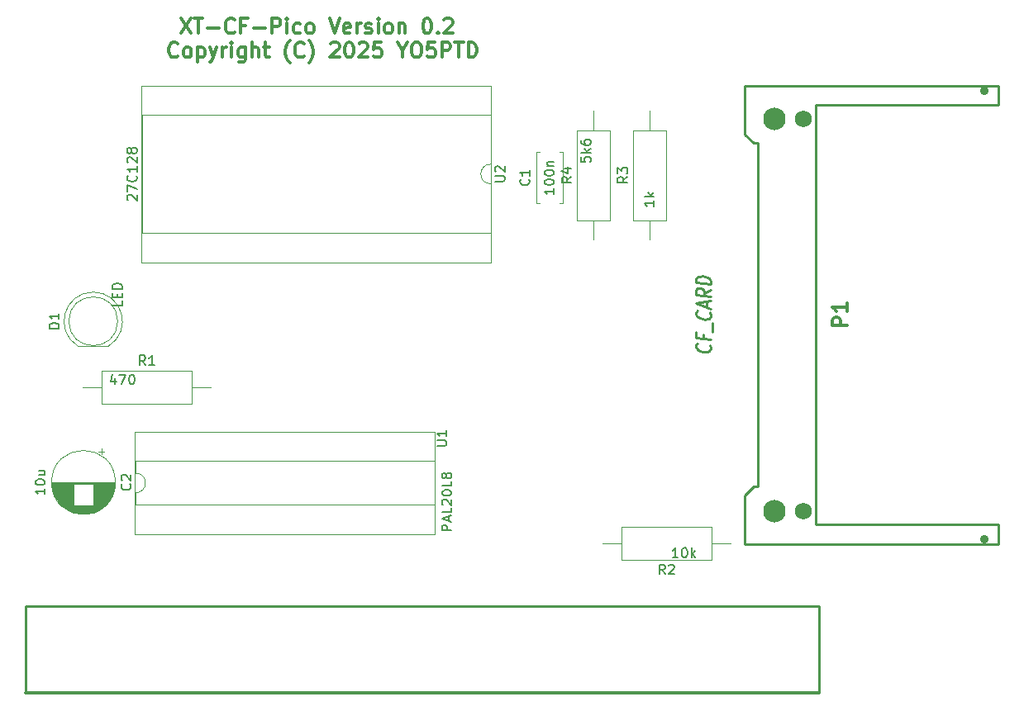
<source format=gto>
%TF.GenerationSoftware,KiCad,Pcbnew,9.0.0*%
%TF.CreationDate,2025-03-26T11:16:54+02:00*%
%TF.ProjectId,xt-cf,78742d63-662e-46b6-9963-61645f706362,rev?*%
%TF.SameCoordinates,Original*%
%TF.FileFunction,Legend,Top*%
%TF.FilePolarity,Positive*%
%FSLAX46Y46*%
G04 Gerber Fmt 4.6, Leading zero omitted, Abs format (unit mm)*
G04 Created by KiCad (PCBNEW 9.0.0) date 2025-03-26 11:16:54*
%MOMM*%
%LPD*%
G01*
G04 APERTURE LIST*
%ADD10C,0.304800*%
%ADD11C,0.150000*%
%ADD12C,0.254000*%
%ADD13C,0.120000*%
%ADD14C,0.899160*%
%ADD15C,2.301240*%
%ADD16C,1.750060*%
G04 APERTURE END LIST*
D10*
X117449428Y-65188404D02*
X118465428Y-66712404D01*
X118465428Y-65188404D02*
X117449428Y-66712404D01*
X118828285Y-65188404D02*
X119699143Y-65188404D01*
X119263714Y-66712404D02*
X119263714Y-65188404D01*
X120207143Y-66131833D02*
X121368286Y-66131833D01*
X122964857Y-66567261D02*
X122892285Y-66639833D01*
X122892285Y-66639833D02*
X122674571Y-66712404D01*
X122674571Y-66712404D02*
X122529428Y-66712404D01*
X122529428Y-66712404D02*
X122311714Y-66639833D01*
X122311714Y-66639833D02*
X122166571Y-66494690D01*
X122166571Y-66494690D02*
X122094000Y-66349547D01*
X122094000Y-66349547D02*
X122021428Y-66059261D01*
X122021428Y-66059261D02*
X122021428Y-65841547D01*
X122021428Y-65841547D02*
X122094000Y-65551261D01*
X122094000Y-65551261D02*
X122166571Y-65406118D01*
X122166571Y-65406118D02*
X122311714Y-65260975D01*
X122311714Y-65260975D02*
X122529428Y-65188404D01*
X122529428Y-65188404D02*
X122674571Y-65188404D01*
X122674571Y-65188404D02*
X122892285Y-65260975D01*
X122892285Y-65260975D02*
X122964857Y-65333547D01*
X124126000Y-65914118D02*
X123618000Y-65914118D01*
X123618000Y-66712404D02*
X123618000Y-65188404D01*
X123618000Y-65188404D02*
X124343714Y-65188404D01*
X124924286Y-66131833D02*
X126085429Y-66131833D01*
X126811143Y-66712404D02*
X126811143Y-65188404D01*
X126811143Y-65188404D02*
X127391714Y-65188404D01*
X127391714Y-65188404D02*
X127536857Y-65260975D01*
X127536857Y-65260975D02*
X127609428Y-65333547D01*
X127609428Y-65333547D02*
X127682000Y-65478690D01*
X127682000Y-65478690D02*
X127682000Y-65696404D01*
X127682000Y-65696404D02*
X127609428Y-65841547D01*
X127609428Y-65841547D02*
X127536857Y-65914118D01*
X127536857Y-65914118D02*
X127391714Y-65986690D01*
X127391714Y-65986690D02*
X126811143Y-65986690D01*
X128335143Y-66712404D02*
X128335143Y-65696404D01*
X128335143Y-65188404D02*
X128262571Y-65260975D01*
X128262571Y-65260975D02*
X128335143Y-65333547D01*
X128335143Y-65333547D02*
X128407714Y-65260975D01*
X128407714Y-65260975D02*
X128335143Y-65188404D01*
X128335143Y-65188404D02*
X128335143Y-65333547D01*
X129714000Y-66639833D02*
X129568857Y-66712404D01*
X129568857Y-66712404D02*
X129278571Y-66712404D01*
X129278571Y-66712404D02*
X129133428Y-66639833D01*
X129133428Y-66639833D02*
X129060857Y-66567261D01*
X129060857Y-66567261D02*
X128988285Y-66422118D01*
X128988285Y-66422118D02*
X128988285Y-65986690D01*
X128988285Y-65986690D02*
X129060857Y-65841547D01*
X129060857Y-65841547D02*
X129133428Y-65768975D01*
X129133428Y-65768975D02*
X129278571Y-65696404D01*
X129278571Y-65696404D02*
X129568857Y-65696404D01*
X129568857Y-65696404D02*
X129714000Y-65768975D01*
X130584857Y-66712404D02*
X130439714Y-66639833D01*
X130439714Y-66639833D02*
X130367143Y-66567261D01*
X130367143Y-66567261D02*
X130294571Y-66422118D01*
X130294571Y-66422118D02*
X130294571Y-65986690D01*
X130294571Y-65986690D02*
X130367143Y-65841547D01*
X130367143Y-65841547D02*
X130439714Y-65768975D01*
X130439714Y-65768975D02*
X130584857Y-65696404D01*
X130584857Y-65696404D02*
X130802571Y-65696404D01*
X130802571Y-65696404D02*
X130947714Y-65768975D01*
X130947714Y-65768975D02*
X131020286Y-65841547D01*
X131020286Y-65841547D02*
X131092857Y-65986690D01*
X131092857Y-65986690D02*
X131092857Y-66422118D01*
X131092857Y-66422118D02*
X131020286Y-66567261D01*
X131020286Y-66567261D02*
X130947714Y-66639833D01*
X130947714Y-66639833D02*
X130802571Y-66712404D01*
X130802571Y-66712404D02*
X130584857Y-66712404D01*
X132689428Y-65188404D02*
X133197428Y-66712404D01*
X133197428Y-66712404D02*
X133705428Y-65188404D01*
X134794000Y-66639833D02*
X134648857Y-66712404D01*
X134648857Y-66712404D02*
X134358572Y-66712404D01*
X134358572Y-66712404D02*
X134213429Y-66639833D01*
X134213429Y-66639833D02*
X134140857Y-66494690D01*
X134140857Y-66494690D02*
X134140857Y-65914118D01*
X134140857Y-65914118D02*
X134213429Y-65768975D01*
X134213429Y-65768975D02*
X134358572Y-65696404D01*
X134358572Y-65696404D02*
X134648857Y-65696404D01*
X134648857Y-65696404D02*
X134794000Y-65768975D01*
X134794000Y-65768975D02*
X134866572Y-65914118D01*
X134866572Y-65914118D02*
X134866572Y-66059261D01*
X134866572Y-66059261D02*
X134140857Y-66204404D01*
X135519715Y-66712404D02*
X135519715Y-65696404D01*
X135519715Y-65986690D02*
X135592286Y-65841547D01*
X135592286Y-65841547D02*
X135664858Y-65768975D01*
X135664858Y-65768975D02*
X135810000Y-65696404D01*
X135810000Y-65696404D02*
X135955143Y-65696404D01*
X136390572Y-66639833D02*
X136535715Y-66712404D01*
X136535715Y-66712404D02*
X136826001Y-66712404D01*
X136826001Y-66712404D02*
X136971144Y-66639833D01*
X136971144Y-66639833D02*
X137043715Y-66494690D01*
X137043715Y-66494690D02*
X137043715Y-66422118D01*
X137043715Y-66422118D02*
X136971144Y-66276975D01*
X136971144Y-66276975D02*
X136826001Y-66204404D01*
X136826001Y-66204404D02*
X136608287Y-66204404D01*
X136608287Y-66204404D02*
X136463144Y-66131833D01*
X136463144Y-66131833D02*
X136390572Y-65986690D01*
X136390572Y-65986690D02*
X136390572Y-65914118D01*
X136390572Y-65914118D02*
X136463144Y-65768975D01*
X136463144Y-65768975D02*
X136608287Y-65696404D01*
X136608287Y-65696404D02*
X136826001Y-65696404D01*
X136826001Y-65696404D02*
X136971144Y-65768975D01*
X137696858Y-66712404D02*
X137696858Y-65696404D01*
X137696858Y-65188404D02*
X137624286Y-65260975D01*
X137624286Y-65260975D02*
X137696858Y-65333547D01*
X137696858Y-65333547D02*
X137769429Y-65260975D01*
X137769429Y-65260975D02*
X137696858Y-65188404D01*
X137696858Y-65188404D02*
X137696858Y-65333547D01*
X138640286Y-66712404D02*
X138495143Y-66639833D01*
X138495143Y-66639833D02*
X138422572Y-66567261D01*
X138422572Y-66567261D02*
X138350000Y-66422118D01*
X138350000Y-66422118D02*
X138350000Y-65986690D01*
X138350000Y-65986690D02*
X138422572Y-65841547D01*
X138422572Y-65841547D02*
X138495143Y-65768975D01*
X138495143Y-65768975D02*
X138640286Y-65696404D01*
X138640286Y-65696404D02*
X138858000Y-65696404D01*
X138858000Y-65696404D02*
X139003143Y-65768975D01*
X139003143Y-65768975D02*
X139075715Y-65841547D01*
X139075715Y-65841547D02*
X139148286Y-65986690D01*
X139148286Y-65986690D02*
X139148286Y-66422118D01*
X139148286Y-66422118D02*
X139075715Y-66567261D01*
X139075715Y-66567261D02*
X139003143Y-66639833D01*
X139003143Y-66639833D02*
X138858000Y-66712404D01*
X138858000Y-66712404D02*
X138640286Y-66712404D01*
X139801429Y-65696404D02*
X139801429Y-66712404D01*
X139801429Y-65841547D02*
X139874000Y-65768975D01*
X139874000Y-65768975D02*
X140019143Y-65696404D01*
X140019143Y-65696404D02*
X140236857Y-65696404D01*
X140236857Y-65696404D02*
X140382000Y-65768975D01*
X140382000Y-65768975D02*
X140454572Y-65914118D01*
X140454572Y-65914118D02*
X140454572Y-66712404D01*
X142631714Y-65188404D02*
X142776857Y-65188404D01*
X142776857Y-65188404D02*
X142922000Y-65260975D01*
X142922000Y-65260975D02*
X142994572Y-65333547D01*
X142994572Y-65333547D02*
X143067143Y-65478690D01*
X143067143Y-65478690D02*
X143139714Y-65768975D01*
X143139714Y-65768975D02*
X143139714Y-66131833D01*
X143139714Y-66131833D02*
X143067143Y-66422118D01*
X143067143Y-66422118D02*
X142994572Y-66567261D01*
X142994572Y-66567261D02*
X142922000Y-66639833D01*
X142922000Y-66639833D02*
X142776857Y-66712404D01*
X142776857Y-66712404D02*
X142631714Y-66712404D01*
X142631714Y-66712404D02*
X142486572Y-66639833D01*
X142486572Y-66639833D02*
X142414000Y-66567261D01*
X142414000Y-66567261D02*
X142341429Y-66422118D01*
X142341429Y-66422118D02*
X142268857Y-66131833D01*
X142268857Y-66131833D02*
X142268857Y-65768975D01*
X142268857Y-65768975D02*
X142341429Y-65478690D01*
X142341429Y-65478690D02*
X142414000Y-65333547D01*
X142414000Y-65333547D02*
X142486572Y-65260975D01*
X142486572Y-65260975D02*
X142631714Y-65188404D01*
X143792858Y-66567261D02*
X143865429Y-66639833D01*
X143865429Y-66639833D02*
X143792858Y-66712404D01*
X143792858Y-66712404D02*
X143720286Y-66639833D01*
X143720286Y-66639833D02*
X143792858Y-66567261D01*
X143792858Y-66567261D02*
X143792858Y-66712404D01*
X144446000Y-65333547D02*
X144518572Y-65260975D01*
X144518572Y-65260975D02*
X144663715Y-65188404D01*
X144663715Y-65188404D02*
X145026572Y-65188404D01*
X145026572Y-65188404D02*
X145171715Y-65260975D01*
X145171715Y-65260975D02*
X145244286Y-65333547D01*
X145244286Y-65333547D02*
X145316857Y-65478690D01*
X145316857Y-65478690D02*
X145316857Y-65623833D01*
X145316857Y-65623833D02*
X145244286Y-65841547D01*
X145244286Y-65841547D02*
X144373429Y-66712404D01*
X144373429Y-66712404D02*
X145316857Y-66712404D01*
X117159142Y-69020816D02*
X117086570Y-69093388D01*
X117086570Y-69093388D02*
X116868856Y-69165959D01*
X116868856Y-69165959D02*
X116723713Y-69165959D01*
X116723713Y-69165959D02*
X116505999Y-69093388D01*
X116505999Y-69093388D02*
X116360856Y-68948245D01*
X116360856Y-68948245D02*
X116288285Y-68803102D01*
X116288285Y-68803102D02*
X116215713Y-68512816D01*
X116215713Y-68512816D02*
X116215713Y-68295102D01*
X116215713Y-68295102D02*
X116288285Y-68004816D01*
X116288285Y-68004816D02*
X116360856Y-67859673D01*
X116360856Y-67859673D02*
X116505999Y-67714530D01*
X116505999Y-67714530D02*
X116723713Y-67641959D01*
X116723713Y-67641959D02*
X116868856Y-67641959D01*
X116868856Y-67641959D02*
X117086570Y-67714530D01*
X117086570Y-67714530D02*
X117159142Y-67787102D01*
X118029999Y-69165959D02*
X117884856Y-69093388D01*
X117884856Y-69093388D02*
X117812285Y-69020816D01*
X117812285Y-69020816D02*
X117739713Y-68875673D01*
X117739713Y-68875673D02*
X117739713Y-68440245D01*
X117739713Y-68440245D02*
X117812285Y-68295102D01*
X117812285Y-68295102D02*
X117884856Y-68222530D01*
X117884856Y-68222530D02*
X118029999Y-68149959D01*
X118029999Y-68149959D02*
X118247713Y-68149959D01*
X118247713Y-68149959D02*
X118392856Y-68222530D01*
X118392856Y-68222530D02*
X118465428Y-68295102D01*
X118465428Y-68295102D02*
X118537999Y-68440245D01*
X118537999Y-68440245D02*
X118537999Y-68875673D01*
X118537999Y-68875673D02*
X118465428Y-69020816D01*
X118465428Y-69020816D02*
X118392856Y-69093388D01*
X118392856Y-69093388D02*
X118247713Y-69165959D01*
X118247713Y-69165959D02*
X118029999Y-69165959D01*
X119191142Y-68149959D02*
X119191142Y-69673959D01*
X119191142Y-68222530D02*
X119336285Y-68149959D01*
X119336285Y-68149959D02*
X119626570Y-68149959D01*
X119626570Y-68149959D02*
X119771713Y-68222530D01*
X119771713Y-68222530D02*
X119844285Y-68295102D01*
X119844285Y-68295102D02*
X119916856Y-68440245D01*
X119916856Y-68440245D02*
X119916856Y-68875673D01*
X119916856Y-68875673D02*
X119844285Y-69020816D01*
X119844285Y-69020816D02*
X119771713Y-69093388D01*
X119771713Y-69093388D02*
X119626570Y-69165959D01*
X119626570Y-69165959D02*
X119336285Y-69165959D01*
X119336285Y-69165959D02*
X119191142Y-69093388D01*
X120424856Y-68149959D02*
X120787713Y-69165959D01*
X121150570Y-68149959D02*
X120787713Y-69165959D01*
X120787713Y-69165959D02*
X120642570Y-69528816D01*
X120642570Y-69528816D02*
X120569999Y-69601388D01*
X120569999Y-69601388D02*
X120424856Y-69673959D01*
X121731142Y-69165959D02*
X121731142Y-68149959D01*
X121731142Y-68440245D02*
X121803713Y-68295102D01*
X121803713Y-68295102D02*
X121876285Y-68222530D01*
X121876285Y-68222530D02*
X122021427Y-68149959D01*
X122021427Y-68149959D02*
X122166570Y-68149959D01*
X122674571Y-69165959D02*
X122674571Y-68149959D01*
X122674571Y-67641959D02*
X122601999Y-67714530D01*
X122601999Y-67714530D02*
X122674571Y-67787102D01*
X122674571Y-67787102D02*
X122747142Y-67714530D01*
X122747142Y-67714530D02*
X122674571Y-67641959D01*
X122674571Y-67641959D02*
X122674571Y-67787102D01*
X124053428Y-68149959D02*
X124053428Y-69383673D01*
X124053428Y-69383673D02*
X123980856Y-69528816D01*
X123980856Y-69528816D02*
X123908285Y-69601388D01*
X123908285Y-69601388D02*
X123763142Y-69673959D01*
X123763142Y-69673959D02*
X123545428Y-69673959D01*
X123545428Y-69673959D02*
X123400285Y-69601388D01*
X124053428Y-69093388D02*
X123908285Y-69165959D01*
X123908285Y-69165959D02*
X123617999Y-69165959D01*
X123617999Y-69165959D02*
X123472856Y-69093388D01*
X123472856Y-69093388D02*
X123400285Y-69020816D01*
X123400285Y-69020816D02*
X123327713Y-68875673D01*
X123327713Y-68875673D02*
X123327713Y-68440245D01*
X123327713Y-68440245D02*
X123400285Y-68295102D01*
X123400285Y-68295102D02*
X123472856Y-68222530D01*
X123472856Y-68222530D02*
X123617999Y-68149959D01*
X123617999Y-68149959D02*
X123908285Y-68149959D01*
X123908285Y-68149959D02*
X124053428Y-68222530D01*
X124779142Y-69165959D02*
X124779142Y-67641959D01*
X125432285Y-69165959D02*
X125432285Y-68367673D01*
X125432285Y-68367673D02*
X125359713Y-68222530D01*
X125359713Y-68222530D02*
X125214570Y-68149959D01*
X125214570Y-68149959D02*
X124996856Y-68149959D01*
X124996856Y-68149959D02*
X124851713Y-68222530D01*
X124851713Y-68222530D02*
X124779142Y-68295102D01*
X125940284Y-68149959D02*
X126520856Y-68149959D01*
X126157999Y-67641959D02*
X126157999Y-68948245D01*
X126157999Y-68948245D02*
X126230570Y-69093388D01*
X126230570Y-69093388D02*
X126375713Y-69165959D01*
X126375713Y-69165959D02*
X126520856Y-69165959D01*
X128625427Y-69746530D02*
X128552856Y-69673959D01*
X128552856Y-69673959D02*
X128407713Y-69456245D01*
X128407713Y-69456245D02*
X128335142Y-69311102D01*
X128335142Y-69311102D02*
X128262570Y-69093388D01*
X128262570Y-69093388D02*
X128189999Y-68730530D01*
X128189999Y-68730530D02*
X128189999Y-68440245D01*
X128189999Y-68440245D02*
X128262570Y-68077388D01*
X128262570Y-68077388D02*
X128335142Y-67859673D01*
X128335142Y-67859673D02*
X128407713Y-67714530D01*
X128407713Y-67714530D02*
X128552856Y-67496816D01*
X128552856Y-67496816D02*
X128625427Y-67424245D01*
X130076856Y-69020816D02*
X130004284Y-69093388D01*
X130004284Y-69093388D02*
X129786570Y-69165959D01*
X129786570Y-69165959D02*
X129641427Y-69165959D01*
X129641427Y-69165959D02*
X129423713Y-69093388D01*
X129423713Y-69093388D02*
X129278570Y-68948245D01*
X129278570Y-68948245D02*
X129205999Y-68803102D01*
X129205999Y-68803102D02*
X129133427Y-68512816D01*
X129133427Y-68512816D02*
X129133427Y-68295102D01*
X129133427Y-68295102D02*
X129205999Y-68004816D01*
X129205999Y-68004816D02*
X129278570Y-67859673D01*
X129278570Y-67859673D02*
X129423713Y-67714530D01*
X129423713Y-67714530D02*
X129641427Y-67641959D01*
X129641427Y-67641959D02*
X129786570Y-67641959D01*
X129786570Y-67641959D02*
X130004284Y-67714530D01*
X130004284Y-67714530D02*
X130076856Y-67787102D01*
X130584856Y-69746530D02*
X130657427Y-69673959D01*
X130657427Y-69673959D02*
X130802570Y-69456245D01*
X130802570Y-69456245D02*
X130875142Y-69311102D01*
X130875142Y-69311102D02*
X130947713Y-69093388D01*
X130947713Y-69093388D02*
X131020284Y-68730530D01*
X131020284Y-68730530D02*
X131020284Y-68440245D01*
X131020284Y-68440245D02*
X130947713Y-68077388D01*
X130947713Y-68077388D02*
X130875142Y-67859673D01*
X130875142Y-67859673D02*
X130802570Y-67714530D01*
X130802570Y-67714530D02*
X130657427Y-67496816D01*
X130657427Y-67496816D02*
X130584856Y-67424245D01*
X132834570Y-67787102D02*
X132907142Y-67714530D01*
X132907142Y-67714530D02*
X133052285Y-67641959D01*
X133052285Y-67641959D02*
X133415142Y-67641959D01*
X133415142Y-67641959D02*
X133560285Y-67714530D01*
X133560285Y-67714530D02*
X133632856Y-67787102D01*
X133632856Y-67787102D02*
X133705427Y-67932245D01*
X133705427Y-67932245D02*
X133705427Y-68077388D01*
X133705427Y-68077388D02*
X133632856Y-68295102D01*
X133632856Y-68295102D02*
X132761999Y-69165959D01*
X132761999Y-69165959D02*
X133705427Y-69165959D01*
X134648856Y-67641959D02*
X134793999Y-67641959D01*
X134793999Y-67641959D02*
X134939142Y-67714530D01*
X134939142Y-67714530D02*
X135011714Y-67787102D01*
X135011714Y-67787102D02*
X135084285Y-67932245D01*
X135084285Y-67932245D02*
X135156856Y-68222530D01*
X135156856Y-68222530D02*
X135156856Y-68585388D01*
X135156856Y-68585388D02*
X135084285Y-68875673D01*
X135084285Y-68875673D02*
X135011714Y-69020816D01*
X135011714Y-69020816D02*
X134939142Y-69093388D01*
X134939142Y-69093388D02*
X134793999Y-69165959D01*
X134793999Y-69165959D02*
X134648856Y-69165959D01*
X134648856Y-69165959D02*
X134503714Y-69093388D01*
X134503714Y-69093388D02*
X134431142Y-69020816D01*
X134431142Y-69020816D02*
X134358571Y-68875673D01*
X134358571Y-68875673D02*
X134285999Y-68585388D01*
X134285999Y-68585388D02*
X134285999Y-68222530D01*
X134285999Y-68222530D02*
X134358571Y-67932245D01*
X134358571Y-67932245D02*
X134431142Y-67787102D01*
X134431142Y-67787102D02*
X134503714Y-67714530D01*
X134503714Y-67714530D02*
X134648856Y-67641959D01*
X135737428Y-67787102D02*
X135810000Y-67714530D01*
X135810000Y-67714530D02*
X135955143Y-67641959D01*
X135955143Y-67641959D02*
X136318000Y-67641959D01*
X136318000Y-67641959D02*
X136463143Y-67714530D01*
X136463143Y-67714530D02*
X136535714Y-67787102D01*
X136535714Y-67787102D02*
X136608285Y-67932245D01*
X136608285Y-67932245D02*
X136608285Y-68077388D01*
X136608285Y-68077388D02*
X136535714Y-68295102D01*
X136535714Y-68295102D02*
X135664857Y-69165959D01*
X135664857Y-69165959D02*
X136608285Y-69165959D01*
X137987143Y-67641959D02*
X137261429Y-67641959D01*
X137261429Y-67641959D02*
X137188857Y-68367673D01*
X137188857Y-68367673D02*
X137261429Y-68295102D01*
X137261429Y-68295102D02*
X137406572Y-68222530D01*
X137406572Y-68222530D02*
X137769429Y-68222530D01*
X137769429Y-68222530D02*
X137914572Y-68295102D01*
X137914572Y-68295102D02*
X137987143Y-68367673D01*
X137987143Y-68367673D02*
X138059714Y-68512816D01*
X138059714Y-68512816D02*
X138059714Y-68875673D01*
X138059714Y-68875673D02*
X137987143Y-69020816D01*
X137987143Y-69020816D02*
X137914572Y-69093388D01*
X137914572Y-69093388D02*
X137769429Y-69165959D01*
X137769429Y-69165959D02*
X137406572Y-69165959D01*
X137406572Y-69165959D02*
X137261429Y-69093388D01*
X137261429Y-69093388D02*
X137188857Y-69020816D01*
X140164286Y-68440245D02*
X140164286Y-69165959D01*
X139656286Y-67641959D02*
X140164286Y-68440245D01*
X140164286Y-68440245D02*
X140672286Y-67641959D01*
X141470572Y-67641959D02*
X141760858Y-67641959D01*
X141760858Y-67641959D02*
X141906001Y-67714530D01*
X141906001Y-67714530D02*
X142051144Y-67859673D01*
X142051144Y-67859673D02*
X142123715Y-68149959D01*
X142123715Y-68149959D02*
X142123715Y-68657959D01*
X142123715Y-68657959D02*
X142051144Y-68948245D01*
X142051144Y-68948245D02*
X141906001Y-69093388D01*
X141906001Y-69093388D02*
X141760858Y-69165959D01*
X141760858Y-69165959D02*
X141470572Y-69165959D01*
X141470572Y-69165959D02*
X141325430Y-69093388D01*
X141325430Y-69093388D02*
X141180287Y-68948245D01*
X141180287Y-68948245D02*
X141107715Y-68657959D01*
X141107715Y-68657959D02*
X141107715Y-68149959D01*
X141107715Y-68149959D02*
X141180287Y-67859673D01*
X141180287Y-67859673D02*
X141325430Y-67714530D01*
X141325430Y-67714530D02*
X141470572Y-67641959D01*
X143502572Y-67641959D02*
X142776858Y-67641959D01*
X142776858Y-67641959D02*
X142704286Y-68367673D01*
X142704286Y-68367673D02*
X142776858Y-68295102D01*
X142776858Y-68295102D02*
X142922001Y-68222530D01*
X142922001Y-68222530D02*
X143284858Y-68222530D01*
X143284858Y-68222530D02*
X143430001Y-68295102D01*
X143430001Y-68295102D02*
X143502572Y-68367673D01*
X143502572Y-68367673D02*
X143575143Y-68512816D01*
X143575143Y-68512816D02*
X143575143Y-68875673D01*
X143575143Y-68875673D02*
X143502572Y-69020816D01*
X143502572Y-69020816D02*
X143430001Y-69093388D01*
X143430001Y-69093388D02*
X143284858Y-69165959D01*
X143284858Y-69165959D02*
X142922001Y-69165959D01*
X142922001Y-69165959D02*
X142776858Y-69093388D01*
X142776858Y-69093388D02*
X142704286Y-69020816D01*
X144228287Y-69165959D02*
X144228287Y-67641959D01*
X144228287Y-67641959D02*
X144808858Y-67641959D01*
X144808858Y-67641959D02*
X144954001Y-67714530D01*
X144954001Y-67714530D02*
X145026572Y-67787102D01*
X145026572Y-67787102D02*
X145099144Y-67932245D01*
X145099144Y-67932245D02*
X145099144Y-68149959D01*
X145099144Y-68149959D02*
X145026572Y-68295102D01*
X145026572Y-68295102D02*
X144954001Y-68367673D01*
X144954001Y-68367673D02*
X144808858Y-68440245D01*
X144808858Y-68440245D02*
X144228287Y-68440245D01*
X145534572Y-67641959D02*
X146405430Y-67641959D01*
X145970001Y-69165959D02*
X145970001Y-67641959D01*
X146913430Y-69165959D02*
X146913430Y-67641959D01*
X146913430Y-67641959D02*
X147276287Y-67641959D01*
X147276287Y-67641959D02*
X147494001Y-67714530D01*
X147494001Y-67714530D02*
X147639144Y-67859673D01*
X147639144Y-67859673D02*
X147711715Y-68004816D01*
X147711715Y-68004816D02*
X147784287Y-68295102D01*
X147784287Y-68295102D02*
X147784287Y-68512816D01*
X147784287Y-68512816D02*
X147711715Y-68803102D01*
X147711715Y-68803102D02*
X147639144Y-68948245D01*
X147639144Y-68948245D02*
X147494001Y-69093388D01*
X147494001Y-69093388D02*
X147276287Y-69165959D01*
X147276287Y-69165959D02*
X146913430Y-69165959D01*
D11*
X143704819Y-109011904D02*
X144514342Y-109011904D01*
X144514342Y-109011904D02*
X144609580Y-108964285D01*
X144609580Y-108964285D02*
X144657200Y-108916666D01*
X144657200Y-108916666D02*
X144704819Y-108821428D01*
X144704819Y-108821428D02*
X144704819Y-108630952D01*
X144704819Y-108630952D02*
X144657200Y-108535714D01*
X144657200Y-108535714D02*
X144609580Y-108488095D01*
X144609580Y-108488095D02*
X144514342Y-108440476D01*
X144514342Y-108440476D02*
X143704819Y-108440476D01*
X144704819Y-107440476D02*
X144704819Y-108011904D01*
X144704819Y-107726190D02*
X143704819Y-107726190D01*
X143704819Y-107726190D02*
X143847676Y-107821428D01*
X143847676Y-107821428D02*
X143942914Y-107916666D01*
X143942914Y-107916666D02*
X143990533Y-108011904D01*
X145204819Y-117678571D02*
X144204819Y-117678571D01*
X144204819Y-117678571D02*
X144204819Y-117297619D01*
X144204819Y-117297619D02*
X144252438Y-117202381D01*
X144252438Y-117202381D02*
X144300057Y-117154762D01*
X144300057Y-117154762D02*
X144395295Y-117107143D01*
X144395295Y-117107143D02*
X144538152Y-117107143D01*
X144538152Y-117107143D02*
X144633390Y-117154762D01*
X144633390Y-117154762D02*
X144681009Y-117202381D01*
X144681009Y-117202381D02*
X144728628Y-117297619D01*
X144728628Y-117297619D02*
X144728628Y-117678571D01*
X144919104Y-116726190D02*
X144919104Y-116250000D01*
X145204819Y-116821428D02*
X144204819Y-116488095D01*
X144204819Y-116488095D02*
X145204819Y-116154762D01*
X145204819Y-115345238D02*
X145204819Y-115821428D01*
X145204819Y-115821428D02*
X144204819Y-115821428D01*
X144300057Y-115059523D02*
X144252438Y-115011904D01*
X144252438Y-115011904D02*
X144204819Y-114916666D01*
X144204819Y-114916666D02*
X144204819Y-114678571D01*
X144204819Y-114678571D02*
X144252438Y-114583333D01*
X144252438Y-114583333D02*
X144300057Y-114535714D01*
X144300057Y-114535714D02*
X144395295Y-114488095D01*
X144395295Y-114488095D02*
X144490533Y-114488095D01*
X144490533Y-114488095D02*
X144633390Y-114535714D01*
X144633390Y-114535714D02*
X145204819Y-115107142D01*
X145204819Y-115107142D02*
X145204819Y-114488095D01*
X144204819Y-113869047D02*
X144204819Y-113773809D01*
X144204819Y-113773809D02*
X144252438Y-113678571D01*
X144252438Y-113678571D02*
X144300057Y-113630952D01*
X144300057Y-113630952D02*
X144395295Y-113583333D01*
X144395295Y-113583333D02*
X144585771Y-113535714D01*
X144585771Y-113535714D02*
X144823866Y-113535714D01*
X144823866Y-113535714D02*
X145014342Y-113583333D01*
X145014342Y-113583333D02*
X145109580Y-113630952D01*
X145109580Y-113630952D02*
X145157200Y-113678571D01*
X145157200Y-113678571D02*
X145204819Y-113773809D01*
X145204819Y-113773809D02*
X145204819Y-113869047D01*
X145204819Y-113869047D02*
X145157200Y-113964285D01*
X145157200Y-113964285D02*
X145109580Y-114011904D01*
X145109580Y-114011904D02*
X145014342Y-114059523D01*
X145014342Y-114059523D02*
X144823866Y-114107142D01*
X144823866Y-114107142D02*
X144585771Y-114107142D01*
X144585771Y-114107142D02*
X144395295Y-114059523D01*
X144395295Y-114059523D02*
X144300057Y-114011904D01*
X144300057Y-114011904D02*
X144252438Y-113964285D01*
X144252438Y-113964285D02*
X144204819Y-113869047D01*
X145204819Y-112630952D02*
X145204819Y-113107142D01*
X145204819Y-113107142D02*
X144204819Y-113107142D01*
X144633390Y-112154761D02*
X144585771Y-112249999D01*
X144585771Y-112249999D02*
X144538152Y-112297618D01*
X144538152Y-112297618D02*
X144442914Y-112345237D01*
X144442914Y-112345237D02*
X144395295Y-112345237D01*
X144395295Y-112345237D02*
X144300057Y-112297618D01*
X144300057Y-112297618D02*
X144252438Y-112249999D01*
X144252438Y-112249999D02*
X144204819Y-112154761D01*
X144204819Y-112154761D02*
X144204819Y-111964285D01*
X144204819Y-111964285D02*
X144252438Y-111869047D01*
X144252438Y-111869047D02*
X144300057Y-111821428D01*
X144300057Y-111821428D02*
X144395295Y-111773809D01*
X144395295Y-111773809D02*
X144442914Y-111773809D01*
X144442914Y-111773809D02*
X144538152Y-111821428D01*
X144538152Y-111821428D02*
X144585771Y-111869047D01*
X144585771Y-111869047D02*
X144633390Y-111964285D01*
X144633390Y-111964285D02*
X144633390Y-112154761D01*
X144633390Y-112154761D02*
X144681009Y-112249999D01*
X144681009Y-112249999D02*
X144728628Y-112297618D01*
X144728628Y-112297618D02*
X144823866Y-112345237D01*
X144823866Y-112345237D02*
X145014342Y-112345237D01*
X145014342Y-112345237D02*
X145109580Y-112297618D01*
X145109580Y-112297618D02*
X145157200Y-112249999D01*
X145157200Y-112249999D02*
X145204819Y-112154761D01*
X145204819Y-112154761D02*
X145204819Y-111964285D01*
X145204819Y-111964285D02*
X145157200Y-111869047D01*
X145157200Y-111869047D02*
X145109580Y-111821428D01*
X145109580Y-111821428D02*
X145014342Y-111773809D01*
X145014342Y-111773809D02*
X144823866Y-111773809D01*
X144823866Y-111773809D02*
X144728628Y-111821428D01*
X144728628Y-111821428D02*
X144681009Y-111869047D01*
X144681009Y-111869047D02*
X144633390Y-111964285D01*
X153109580Y-81666666D02*
X153157200Y-81714285D01*
X153157200Y-81714285D02*
X153204819Y-81857142D01*
X153204819Y-81857142D02*
X153204819Y-81952380D01*
X153204819Y-81952380D02*
X153157200Y-82095237D01*
X153157200Y-82095237D02*
X153061961Y-82190475D01*
X153061961Y-82190475D02*
X152966723Y-82238094D01*
X152966723Y-82238094D02*
X152776247Y-82285713D01*
X152776247Y-82285713D02*
X152633390Y-82285713D01*
X152633390Y-82285713D02*
X152442914Y-82238094D01*
X152442914Y-82238094D02*
X152347676Y-82190475D01*
X152347676Y-82190475D02*
X152252438Y-82095237D01*
X152252438Y-82095237D02*
X152204819Y-81952380D01*
X152204819Y-81952380D02*
X152204819Y-81857142D01*
X152204819Y-81857142D02*
X152252438Y-81714285D01*
X152252438Y-81714285D02*
X152300057Y-81666666D01*
X153204819Y-80714285D02*
X153204819Y-81285713D01*
X153204819Y-80999999D02*
X152204819Y-80999999D01*
X152204819Y-80999999D02*
X152347676Y-81095237D01*
X152347676Y-81095237D02*
X152442914Y-81190475D01*
X152442914Y-81190475D02*
X152490533Y-81285713D01*
X155704819Y-82619047D02*
X155704819Y-83190475D01*
X155704819Y-82904761D02*
X154704819Y-82904761D01*
X154704819Y-82904761D02*
X154847676Y-82999999D01*
X154847676Y-82999999D02*
X154942914Y-83095237D01*
X154942914Y-83095237D02*
X154990533Y-83190475D01*
X154704819Y-81999999D02*
X154704819Y-81904761D01*
X154704819Y-81904761D02*
X154752438Y-81809523D01*
X154752438Y-81809523D02*
X154800057Y-81761904D01*
X154800057Y-81761904D02*
X154895295Y-81714285D01*
X154895295Y-81714285D02*
X155085771Y-81666666D01*
X155085771Y-81666666D02*
X155323866Y-81666666D01*
X155323866Y-81666666D02*
X155514342Y-81714285D01*
X155514342Y-81714285D02*
X155609580Y-81761904D01*
X155609580Y-81761904D02*
X155657200Y-81809523D01*
X155657200Y-81809523D02*
X155704819Y-81904761D01*
X155704819Y-81904761D02*
X155704819Y-81999999D01*
X155704819Y-81999999D02*
X155657200Y-82095237D01*
X155657200Y-82095237D02*
X155609580Y-82142856D01*
X155609580Y-82142856D02*
X155514342Y-82190475D01*
X155514342Y-82190475D02*
X155323866Y-82238094D01*
X155323866Y-82238094D02*
X155085771Y-82238094D01*
X155085771Y-82238094D02*
X154895295Y-82190475D01*
X154895295Y-82190475D02*
X154800057Y-82142856D01*
X154800057Y-82142856D02*
X154752438Y-82095237D01*
X154752438Y-82095237D02*
X154704819Y-81999999D01*
X154704819Y-81047618D02*
X154704819Y-80952380D01*
X154704819Y-80952380D02*
X154752438Y-80857142D01*
X154752438Y-80857142D02*
X154800057Y-80809523D01*
X154800057Y-80809523D02*
X154895295Y-80761904D01*
X154895295Y-80761904D02*
X155085771Y-80714285D01*
X155085771Y-80714285D02*
X155323866Y-80714285D01*
X155323866Y-80714285D02*
X155514342Y-80761904D01*
X155514342Y-80761904D02*
X155609580Y-80809523D01*
X155609580Y-80809523D02*
X155657200Y-80857142D01*
X155657200Y-80857142D02*
X155704819Y-80952380D01*
X155704819Y-80952380D02*
X155704819Y-81047618D01*
X155704819Y-81047618D02*
X155657200Y-81142856D01*
X155657200Y-81142856D02*
X155609580Y-81190475D01*
X155609580Y-81190475D02*
X155514342Y-81238094D01*
X155514342Y-81238094D02*
X155323866Y-81285713D01*
X155323866Y-81285713D02*
X155085771Y-81285713D01*
X155085771Y-81285713D02*
X154895295Y-81238094D01*
X154895295Y-81238094D02*
X154800057Y-81190475D01*
X154800057Y-81190475D02*
X154752438Y-81142856D01*
X154752438Y-81142856D02*
X154704819Y-81047618D01*
X155038152Y-80285713D02*
X155704819Y-80285713D01*
X155133390Y-80285713D02*
X155085771Y-80238094D01*
X155085771Y-80238094D02*
X155038152Y-80142856D01*
X155038152Y-80142856D02*
X155038152Y-79999999D01*
X155038152Y-79999999D02*
X155085771Y-79904761D01*
X155085771Y-79904761D02*
X155181009Y-79857142D01*
X155181009Y-79857142D02*
X155704819Y-79857142D01*
X113833333Y-100734819D02*
X113500000Y-100258628D01*
X113261905Y-100734819D02*
X113261905Y-99734819D01*
X113261905Y-99734819D02*
X113642857Y-99734819D01*
X113642857Y-99734819D02*
X113738095Y-99782438D01*
X113738095Y-99782438D02*
X113785714Y-99830057D01*
X113785714Y-99830057D02*
X113833333Y-99925295D01*
X113833333Y-99925295D02*
X113833333Y-100068152D01*
X113833333Y-100068152D02*
X113785714Y-100163390D01*
X113785714Y-100163390D02*
X113738095Y-100211009D01*
X113738095Y-100211009D02*
X113642857Y-100258628D01*
X113642857Y-100258628D02*
X113261905Y-100258628D01*
X114785714Y-100734819D02*
X114214286Y-100734819D01*
X114500000Y-100734819D02*
X114500000Y-99734819D01*
X114500000Y-99734819D02*
X114404762Y-99877676D01*
X114404762Y-99877676D02*
X114309524Y-99972914D01*
X114309524Y-99972914D02*
X114214286Y-100020533D01*
X110738095Y-102038152D02*
X110738095Y-102704819D01*
X110500000Y-101657200D02*
X110261905Y-102371485D01*
X110261905Y-102371485D02*
X110880952Y-102371485D01*
X111166667Y-101704819D02*
X111833333Y-101704819D01*
X111833333Y-101704819D02*
X111404762Y-102704819D01*
X112404762Y-101704819D02*
X112500000Y-101704819D01*
X112500000Y-101704819D02*
X112595238Y-101752438D01*
X112595238Y-101752438D02*
X112642857Y-101800057D01*
X112642857Y-101800057D02*
X112690476Y-101895295D01*
X112690476Y-101895295D02*
X112738095Y-102085771D01*
X112738095Y-102085771D02*
X112738095Y-102323866D01*
X112738095Y-102323866D02*
X112690476Y-102514342D01*
X112690476Y-102514342D02*
X112642857Y-102609580D01*
X112642857Y-102609580D02*
X112595238Y-102657200D01*
X112595238Y-102657200D02*
X112500000Y-102704819D01*
X112500000Y-102704819D02*
X112404762Y-102704819D01*
X112404762Y-102704819D02*
X112309524Y-102657200D01*
X112309524Y-102657200D02*
X112261905Y-102609580D01*
X112261905Y-102609580D02*
X112214286Y-102514342D01*
X112214286Y-102514342D02*
X112166667Y-102323866D01*
X112166667Y-102323866D02*
X112166667Y-102085771D01*
X112166667Y-102085771D02*
X112214286Y-101895295D01*
X112214286Y-101895295D02*
X112261905Y-101800057D01*
X112261905Y-101800057D02*
X112309524Y-101752438D01*
X112309524Y-101752438D02*
X112404762Y-101704819D01*
X163234819Y-81416666D02*
X162758628Y-81749999D01*
X163234819Y-81988094D02*
X162234819Y-81988094D01*
X162234819Y-81988094D02*
X162234819Y-81607142D01*
X162234819Y-81607142D02*
X162282438Y-81511904D01*
X162282438Y-81511904D02*
X162330057Y-81464285D01*
X162330057Y-81464285D02*
X162425295Y-81416666D01*
X162425295Y-81416666D02*
X162568152Y-81416666D01*
X162568152Y-81416666D02*
X162663390Y-81464285D01*
X162663390Y-81464285D02*
X162711009Y-81511904D01*
X162711009Y-81511904D02*
X162758628Y-81607142D01*
X162758628Y-81607142D02*
X162758628Y-81988094D01*
X162234819Y-81083332D02*
X162234819Y-80464285D01*
X162234819Y-80464285D02*
X162615771Y-80797618D01*
X162615771Y-80797618D02*
X162615771Y-80654761D01*
X162615771Y-80654761D02*
X162663390Y-80559523D01*
X162663390Y-80559523D02*
X162711009Y-80511904D01*
X162711009Y-80511904D02*
X162806247Y-80464285D01*
X162806247Y-80464285D02*
X163044342Y-80464285D01*
X163044342Y-80464285D02*
X163139580Y-80511904D01*
X163139580Y-80511904D02*
X163187200Y-80559523D01*
X163187200Y-80559523D02*
X163234819Y-80654761D01*
X163234819Y-80654761D02*
X163234819Y-80940475D01*
X163234819Y-80940475D02*
X163187200Y-81035713D01*
X163187200Y-81035713D02*
X163139580Y-81083332D01*
X165954819Y-83869047D02*
X165954819Y-84440475D01*
X165954819Y-84154761D02*
X164954819Y-84154761D01*
X164954819Y-84154761D02*
X165097676Y-84249999D01*
X165097676Y-84249999D02*
X165192914Y-84345237D01*
X165192914Y-84345237D02*
X165240533Y-84440475D01*
X165954819Y-83440475D02*
X164954819Y-83440475D01*
X165573866Y-83345237D02*
X165954819Y-83059523D01*
X165288152Y-83059523D02*
X165669104Y-83440475D01*
X157484819Y-81416666D02*
X157008628Y-81749999D01*
X157484819Y-81988094D02*
X156484819Y-81988094D01*
X156484819Y-81988094D02*
X156484819Y-81607142D01*
X156484819Y-81607142D02*
X156532438Y-81511904D01*
X156532438Y-81511904D02*
X156580057Y-81464285D01*
X156580057Y-81464285D02*
X156675295Y-81416666D01*
X156675295Y-81416666D02*
X156818152Y-81416666D01*
X156818152Y-81416666D02*
X156913390Y-81464285D01*
X156913390Y-81464285D02*
X156961009Y-81511904D01*
X156961009Y-81511904D02*
X157008628Y-81607142D01*
X157008628Y-81607142D02*
X157008628Y-81988094D01*
X156818152Y-80559523D02*
X157484819Y-80559523D01*
X156437200Y-80797618D02*
X157151485Y-81035713D01*
X157151485Y-81035713D02*
X157151485Y-80416666D01*
X158454819Y-79392857D02*
X158454819Y-79869047D01*
X158454819Y-79869047D02*
X158931009Y-79916666D01*
X158931009Y-79916666D02*
X158883390Y-79869047D01*
X158883390Y-79869047D02*
X158835771Y-79773809D01*
X158835771Y-79773809D02*
X158835771Y-79535714D01*
X158835771Y-79535714D02*
X158883390Y-79440476D01*
X158883390Y-79440476D02*
X158931009Y-79392857D01*
X158931009Y-79392857D02*
X159026247Y-79345238D01*
X159026247Y-79345238D02*
X159264342Y-79345238D01*
X159264342Y-79345238D02*
X159359580Y-79392857D01*
X159359580Y-79392857D02*
X159407200Y-79440476D01*
X159407200Y-79440476D02*
X159454819Y-79535714D01*
X159454819Y-79535714D02*
X159454819Y-79773809D01*
X159454819Y-79773809D02*
X159407200Y-79869047D01*
X159407200Y-79869047D02*
X159359580Y-79916666D01*
X159454819Y-78916666D02*
X158454819Y-78916666D01*
X159073866Y-78821428D02*
X159454819Y-78535714D01*
X158788152Y-78535714D02*
X159169104Y-78916666D01*
X158454819Y-77678571D02*
X158454819Y-77869047D01*
X158454819Y-77869047D02*
X158502438Y-77964285D01*
X158502438Y-77964285D02*
X158550057Y-78011904D01*
X158550057Y-78011904D02*
X158692914Y-78107142D01*
X158692914Y-78107142D02*
X158883390Y-78154761D01*
X158883390Y-78154761D02*
X159264342Y-78154761D01*
X159264342Y-78154761D02*
X159359580Y-78107142D01*
X159359580Y-78107142D02*
X159407200Y-78059523D01*
X159407200Y-78059523D02*
X159454819Y-77964285D01*
X159454819Y-77964285D02*
X159454819Y-77773809D01*
X159454819Y-77773809D02*
X159407200Y-77678571D01*
X159407200Y-77678571D02*
X159359580Y-77630952D01*
X159359580Y-77630952D02*
X159264342Y-77583333D01*
X159264342Y-77583333D02*
X159026247Y-77583333D01*
X159026247Y-77583333D02*
X158931009Y-77630952D01*
X158931009Y-77630952D02*
X158883390Y-77678571D01*
X158883390Y-77678571D02*
X158835771Y-77773809D01*
X158835771Y-77773809D02*
X158835771Y-77964285D01*
X158835771Y-77964285D02*
X158883390Y-78059523D01*
X158883390Y-78059523D02*
X158931009Y-78107142D01*
X158931009Y-78107142D02*
X159026247Y-78154761D01*
X104994819Y-96968094D02*
X103994819Y-96968094D01*
X103994819Y-96968094D02*
X103994819Y-96729999D01*
X103994819Y-96729999D02*
X104042438Y-96587142D01*
X104042438Y-96587142D02*
X104137676Y-96491904D01*
X104137676Y-96491904D02*
X104232914Y-96444285D01*
X104232914Y-96444285D02*
X104423390Y-96396666D01*
X104423390Y-96396666D02*
X104566247Y-96396666D01*
X104566247Y-96396666D02*
X104756723Y-96444285D01*
X104756723Y-96444285D02*
X104851961Y-96491904D01*
X104851961Y-96491904D02*
X104947200Y-96587142D01*
X104947200Y-96587142D02*
X104994819Y-96729999D01*
X104994819Y-96729999D02*
X104994819Y-96968094D01*
X104994819Y-95444285D02*
X104994819Y-96015713D01*
X104994819Y-95729999D02*
X103994819Y-95729999D01*
X103994819Y-95729999D02*
X104137676Y-95825237D01*
X104137676Y-95825237D02*
X104232914Y-95920475D01*
X104232914Y-95920475D02*
X104280533Y-96015713D01*
X111454819Y-94142857D02*
X111454819Y-94619047D01*
X111454819Y-94619047D02*
X110454819Y-94619047D01*
X110931009Y-93809523D02*
X110931009Y-93476190D01*
X111454819Y-93333333D02*
X111454819Y-93809523D01*
X111454819Y-93809523D02*
X110454819Y-93809523D01*
X110454819Y-93809523D02*
X110454819Y-93333333D01*
X111454819Y-92904761D02*
X110454819Y-92904761D01*
X110454819Y-92904761D02*
X110454819Y-92666666D01*
X110454819Y-92666666D02*
X110502438Y-92523809D01*
X110502438Y-92523809D02*
X110597676Y-92428571D01*
X110597676Y-92428571D02*
X110692914Y-92380952D01*
X110692914Y-92380952D02*
X110883390Y-92333333D01*
X110883390Y-92333333D02*
X111026247Y-92333333D01*
X111026247Y-92333333D02*
X111216723Y-92380952D01*
X111216723Y-92380952D02*
X111311961Y-92428571D01*
X111311961Y-92428571D02*
X111407200Y-92523809D01*
X111407200Y-92523809D02*
X111454819Y-92666666D01*
X111454819Y-92666666D02*
X111454819Y-92904761D01*
X149654819Y-81891904D02*
X150464342Y-81891904D01*
X150464342Y-81891904D02*
X150559580Y-81844285D01*
X150559580Y-81844285D02*
X150607200Y-81796666D01*
X150607200Y-81796666D02*
X150654819Y-81701428D01*
X150654819Y-81701428D02*
X150654819Y-81510952D01*
X150654819Y-81510952D02*
X150607200Y-81415714D01*
X150607200Y-81415714D02*
X150559580Y-81368095D01*
X150559580Y-81368095D02*
X150464342Y-81320476D01*
X150464342Y-81320476D02*
X149654819Y-81320476D01*
X149750057Y-80891904D02*
X149702438Y-80844285D01*
X149702438Y-80844285D02*
X149654819Y-80749047D01*
X149654819Y-80749047D02*
X149654819Y-80510952D01*
X149654819Y-80510952D02*
X149702438Y-80415714D01*
X149702438Y-80415714D02*
X149750057Y-80368095D01*
X149750057Y-80368095D02*
X149845295Y-80320476D01*
X149845295Y-80320476D02*
X149940533Y-80320476D01*
X149940533Y-80320476D02*
X150083390Y-80368095D01*
X150083390Y-80368095D02*
X150654819Y-80939523D01*
X150654819Y-80939523D02*
X150654819Y-80320476D01*
X112070057Y-83820475D02*
X112022438Y-83772856D01*
X112022438Y-83772856D02*
X111974819Y-83677618D01*
X111974819Y-83677618D02*
X111974819Y-83439523D01*
X111974819Y-83439523D02*
X112022438Y-83344285D01*
X112022438Y-83344285D02*
X112070057Y-83296666D01*
X112070057Y-83296666D02*
X112165295Y-83249047D01*
X112165295Y-83249047D02*
X112260533Y-83249047D01*
X112260533Y-83249047D02*
X112403390Y-83296666D01*
X112403390Y-83296666D02*
X112974819Y-83868094D01*
X112974819Y-83868094D02*
X112974819Y-83249047D01*
X111974819Y-82915713D02*
X111974819Y-82249047D01*
X111974819Y-82249047D02*
X112974819Y-82677618D01*
X112879580Y-81296666D02*
X112927200Y-81344285D01*
X112927200Y-81344285D02*
X112974819Y-81487142D01*
X112974819Y-81487142D02*
X112974819Y-81582380D01*
X112974819Y-81582380D02*
X112927200Y-81725237D01*
X112927200Y-81725237D02*
X112831961Y-81820475D01*
X112831961Y-81820475D02*
X112736723Y-81868094D01*
X112736723Y-81868094D02*
X112546247Y-81915713D01*
X112546247Y-81915713D02*
X112403390Y-81915713D01*
X112403390Y-81915713D02*
X112212914Y-81868094D01*
X112212914Y-81868094D02*
X112117676Y-81820475D01*
X112117676Y-81820475D02*
X112022438Y-81725237D01*
X112022438Y-81725237D02*
X111974819Y-81582380D01*
X111974819Y-81582380D02*
X111974819Y-81487142D01*
X111974819Y-81487142D02*
X112022438Y-81344285D01*
X112022438Y-81344285D02*
X112070057Y-81296666D01*
X112974819Y-80344285D02*
X112974819Y-80915713D01*
X112974819Y-80629999D02*
X111974819Y-80629999D01*
X111974819Y-80629999D02*
X112117676Y-80725237D01*
X112117676Y-80725237D02*
X112212914Y-80820475D01*
X112212914Y-80820475D02*
X112260533Y-80915713D01*
X112070057Y-79963332D02*
X112022438Y-79915713D01*
X112022438Y-79915713D02*
X111974819Y-79820475D01*
X111974819Y-79820475D02*
X111974819Y-79582380D01*
X111974819Y-79582380D02*
X112022438Y-79487142D01*
X112022438Y-79487142D02*
X112070057Y-79439523D01*
X112070057Y-79439523D02*
X112165295Y-79391904D01*
X112165295Y-79391904D02*
X112260533Y-79391904D01*
X112260533Y-79391904D02*
X112403390Y-79439523D01*
X112403390Y-79439523D02*
X112974819Y-80010951D01*
X112974819Y-80010951D02*
X112974819Y-79391904D01*
X112403390Y-78820475D02*
X112355771Y-78915713D01*
X112355771Y-78915713D02*
X112308152Y-78963332D01*
X112308152Y-78963332D02*
X112212914Y-79010951D01*
X112212914Y-79010951D02*
X112165295Y-79010951D01*
X112165295Y-79010951D02*
X112070057Y-78963332D01*
X112070057Y-78963332D02*
X112022438Y-78915713D01*
X112022438Y-78915713D02*
X111974819Y-78820475D01*
X111974819Y-78820475D02*
X111974819Y-78629999D01*
X111974819Y-78629999D02*
X112022438Y-78534761D01*
X112022438Y-78534761D02*
X112070057Y-78487142D01*
X112070057Y-78487142D02*
X112165295Y-78439523D01*
X112165295Y-78439523D02*
X112212914Y-78439523D01*
X112212914Y-78439523D02*
X112308152Y-78487142D01*
X112308152Y-78487142D02*
X112355771Y-78534761D01*
X112355771Y-78534761D02*
X112403390Y-78629999D01*
X112403390Y-78629999D02*
X112403390Y-78820475D01*
X112403390Y-78820475D02*
X112451009Y-78915713D01*
X112451009Y-78915713D02*
X112498628Y-78963332D01*
X112498628Y-78963332D02*
X112593866Y-79010951D01*
X112593866Y-79010951D02*
X112784342Y-79010951D01*
X112784342Y-79010951D02*
X112879580Y-78963332D01*
X112879580Y-78963332D02*
X112927200Y-78915713D01*
X112927200Y-78915713D02*
X112974819Y-78820475D01*
X112974819Y-78820475D02*
X112974819Y-78629999D01*
X112974819Y-78629999D02*
X112927200Y-78534761D01*
X112927200Y-78534761D02*
X112879580Y-78487142D01*
X112879580Y-78487142D02*
X112784342Y-78439523D01*
X112784342Y-78439523D02*
X112593866Y-78439523D01*
X112593866Y-78439523D02*
X112498628Y-78487142D01*
X112498628Y-78487142D02*
X112451009Y-78534761D01*
X112451009Y-78534761D02*
X112403390Y-78629999D01*
D10*
X185747981Y-96692356D02*
X184223981Y-96692356D01*
X184223981Y-96692356D02*
X184223981Y-96111785D01*
X184223981Y-96111785D02*
X184296552Y-95966642D01*
X184296552Y-95966642D02*
X184369124Y-95894071D01*
X184369124Y-95894071D02*
X184514267Y-95821499D01*
X184514267Y-95821499D02*
X184731981Y-95821499D01*
X184731981Y-95821499D02*
X184877124Y-95894071D01*
X184877124Y-95894071D02*
X184949695Y-95966642D01*
X184949695Y-95966642D02*
X185022267Y-96111785D01*
X185022267Y-96111785D02*
X185022267Y-96692356D01*
X185747981Y-94370071D02*
X185747981Y-95240928D01*
X185747981Y-94805499D02*
X184223981Y-94805499D01*
X184223981Y-94805499D02*
X184441695Y-94950642D01*
X184441695Y-94950642D02*
X184586838Y-95095785D01*
X184586838Y-95095785D02*
X184659410Y-95240928D01*
D12*
X171635480Y-98642713D02*
X171708052Y-98712260D01*
X171708052Y-98712260D02*
X171780623Y-98902760D01*
X171780623Y-98902760D02*
X171780623Y-99023713D01*
X171780623Y-99023713D02*
X171708052Y-99196070D01*
X171708052Y-99196070D02*
X171562909Y-99298880D01*
X171562909Y-99298880D02*
X171417766Y-99341213D01*
X171417766Y-99341213D02*
X171127480Y-99365403D01*
X171127480Y-99365403D02*
X170909766Y-99338189D01*
X170909766Y-99338189D02*
X170619480Y-99241427D01*
X170619480Y-99241427D02*
X170474337Y-99162808D01*
X170474337Y-99162808D02*
X170329194Y-99023713D01*
X170329194Y-99023713D02*
X170256623Y-98833213D01*
X170256623Y-98833213D02*
X170256623Y-98712260D01*
X170256623Y-98712260D02*
X170329194Y-98539903D01*
X170329194Y-98539903D02*
X170401766Y-98488499D01*
X170982337Y-97593451D02*
X170982337Y-98016784D01*
X171780623Y-98116570D02*
X170256623Y-97926070D01*
X170256623Y-97926070D02*
X170256623Y-97321308D01*
X171925766Y-97348523D02*
X171925766Y-96380904D01*
X171635480Y-95316523D02*
X171708052Y-95386070D01*
X171708052Y-95386070D02*
X171780623Y-95576570D01*
X171780623Y-95576570D02*
X171780623Y-95697523D01*
X171780623Y-95697523D02*
X171708052Y-95869880D01*
X171708052Y-95869880D02*
X171562909Y-95972690D01*
X171562909Y-95972690D02*
X171417766Y-96015023D01*
X171417766Y-96015023D02*
X171127480Y-96039213D01*
X171127480Y-96039213D02*
X170909766Y-96011999D01*
X170909766Y-96011999D02*
X170619480Y-95915237D01*
X170619480Y-95915237D02*
X170474337Y-95836618D01*
X170474337Y-95836618D02*
X170329194Y-95697523D01*
X170329194Y-95697523D02*
X170256623Y-95507023D01*
X170256623Y-95507023D02*
X170256623Y-95386070D01*
X170256623Y-95386070D02*
X170329194Y-95213713D01*
X170329194Y-95213713D02*
X170401766Y-95162309D01*
X171345194Y-94796428D02*
X171345194Y-94191666D01*
X171780623Y-94971809D02*
X170256623Y-94357975D01*
X170256623Y-94357975D02*
X171780623Y-94125142D01*
X171780623Y-92976095D02*
X171054909Y-93308714D01*
X171780623Y-93701809D02*
X170256623Y-93511309D01*
X170256623Y-93511309D02*
X170256623Y-93027499D01*
X170256623Y-93027499D02*
X170329194Y-92915619D01*
X170329194Y-92915619D02*
X170401766Y-92864214D01*
X170401766Y-92864214D02*
X170546909Y-92821880D01*
X170546909Y-92821880D02*
X170764623Y-92849095D01*
X170764623Y-92849095D02*
X170909766Y-92927714D01*
X170909766Y-92927714D02*
X170982337Y-92997261D01*
X170982337Y-92997261D02*
X171054909Y-93127285D01*
X171054909Y-93127285D02*
X171054909Y-93611095D01*
X171780623Y-92431809D02*
X170256623Y-92241309D01*
X170256623Y-92241309D02*
X170256623Y-91938928D01*
X170256623Y-91938928D02*
X170329194Y-91766571D01*
X170329194Y-91766571D02*
X170474337Y-91663761D01*
X170474337Y-91663761D02*
X170619480Y-91621428D01*
X170619480Y-91621428D02*
X170909766Y-91597238D01*
X170909766Y-91597238D02*
X171127480Y-91624452D01*
X171127480Y-91624452D02*
X171417766Y-91721214D01*
X171417766Y-91721214D02*
X171562909Y-91799833D01*
X171562909Y-91799833D02*
X171708052Y-91938928D01*
X171708052Y-91938928D02*
X171780623Y-92129428D01*
X171780623Y-92129428D02*
X171780623Y-92431809D01*
D11*
X167083333Y-122174819D02*
X166750000Y-121698628D01*
X166511905Y-122174819D02*
X166511905Y-121174819D01*
X166511905Y-121174819D02*
X166892857Y-121174819D01*
X166892857Y-121174819D02*
X166988095Y-121222438D01*
X166988095Y-121222438D02*
X167035714Y-121270057D01*
X167035714Y-121270057D02*
X167083333Y-121365295D01*
X167083333Y-121365295D02*
X167083333Y-121508152D01*
X167083333Y-121508152D02*
X167035714Y-121603390D01*
X167035714Y-121603390D02*
X166988095Y-121651009D01*
X166988095Y-121651009D02*
X166892857Y-121698628D01*
X166892857Y-121698628D02*
X166511905Y-121698628D01*
X167464286Y-121270057D02*
X167511905Y-121222438D01*
X167511905Y-121222438D02*
X167607143Y-121174819D01*
X167607143Y-121174819D02*
X167845238Y-121174819D01*
X167845238Y-121174819D02*
X167940476Y-121222438D01*
X167940476Y-121222438D02*
X167988095Y-121270057D01*
X167988095Y-121270057D02*
X168035714Y-121365295D01*
X168035714Y-121365295D02*
X168035714Y-121460533D01*
X168035714Y-121460533D02*
X167988095Y-121603390D01*
X167988095Y-121603390D02*
X167416667Y-122174819D01*
X167416667Y-122174819D02*
X168035714Y-122174819D01*
X168404761Y-120454819D02*
X167833333Y-120454819D01*
X168119047Y-120454819D02*
X168119047Y-119454819D01*
X168119047Y-119454819D02*
X168023809Y-119597676D01*
X168023809Y-119597676D02*
X167928571Y-119692914D01*
X167928571Y-119692914D02*
X167833333Y-119740533D01*
X169023809Y-119454819D02*
X169119047Y-119454819D01*
X169119047Y-119454819D02*
X169214285Y-119502438D01*
X169214285Y-119502438D02*
X169261904Y-119550057D01*
X169261904Y-119550057D02*
X169309523Y-119645295D01*
X169309523Y-119645295D02*
X169357142Y-119835771D01*
X169357142Y-119835771D02*
X169357142Y-120073866D01*
X169357142Y-120073866D02*
X169309523Y-120264342D01*
X169309523Y-120264342D02*
X169261904Y-120359580D01*
X169261904Y-120359580D02*
X169214285Y-120407200D01*
X169214285Y-120407200D02*
X169119047Y-120454819D01*
X169119047Y-120454819D02*
X169023809Y-120454819D01*
X169023809Y-120454819D02*
X168928571Y-120407200D01*
X168928571Y-120407200D02*
X168880952Y-120359580D01*
X168880952Y-120359580D02*
X168833333Y-120264342D01*
X168833333Y-120264342D02*
X168785714Y-120073866D01*
X168785714Y-120073866D02*
X168785714Y-119835771D01*
X168785714Y-119835771D02*
X168833333Y-119645295D01*
X168833333Y-119645295D02*
X168880952Y-119550057D01*
X168880952Y-119550057D02*
X168928571Y-119502438D01*
X168928571Y-119502438D02*
X169023809Y-119454819D01*
X169785714Y-120454819D02*
X169785714Y-119454819D01*
X169880952Y-120073866D02*
X170166666Y-120454819D01*
X170166666Y-119788152D02*
X169785714Y-120169104D01*
X112259580Y-112916666D02*
X112307200Y-112964285D01*
X112307200Y-112964285D02*
X112354819Y-113107142D01*
X112354819Y-113107142D02*
X112354819Y-113202380D01*
X112354819Y-113202380D02*
X112307200Y-113345237D01*
X112307200Y-113345237D02*
X112211961Y-113440475D01*
X112211961Y-113440475D02*
X112116723Y-113488094D01*
X112116723Y-113488094D02*
X111926247Y-113535713D01*
X111926247Y-113535713D02*
X111783390Y-113535713D01*
X111783390Y-113535713D02*
X111592914Y-113488094D01*
X111592914Y-113488094D02*
X111497676Y-113440475D01*
X111497676Y-113440475D02*
X111402438Y-113345237D01*
X111402438Y-113345237D02*
X111354819Y-113202380D01*
X111354819Y-113202380D02*
X111354819Y-113107142D01*
X111354819Y-113107142D02*
X111402438Y-112964285D01*
X111402438Y-112964285D02*
X111450057Y-112916666D01*
X111450057Y-112535713D02*
X111402438Y-112488094D01*
X111402438Y-112488094D02*
X111354819Y-112392856D01*
X111354819Y-112392856D02*
X111354819Y-112154761D01*
X111354819Y-112154761D02*
X111402438Y-112059523D01*
X111402438Y-112059523D02*
X111450057Y-112011904D01*
X111450057Y-112011904D02*
X111545295Y-111964285D01*
X111545295Y-111964285D02*
X111640533Y-111964285D01*
X111640533Y-111964285D02*
X111783390Y-112011904D01*
X111783390Y-112011904D02*
X112354819Y-112583332D01*
X112354819Y-112583332D02*
X112354819Y-111964285D01*
X103554819Y-113392857D02*
X103554819Y-113964285D01*
X103554819Y-113678571D02*
X102554819Y-113678571D01*
X102554819Y-113678571D02*
X102697676Y-113773809D01*
X102697676Y-113773809D02*
X102792914Y-113869047D01*
X102792914Y-113869047D02*
X102840533Y-113964285D01*
X102554819Y-112773809D02*
X102554819Y-112678571D01*
X102554819Y-112678571D02*
X102602438Y-112583333D01*
X102602438Y-112583333D02*
X102650057Y-112535714D01*
X102650057Y-112535714D02*
X102745295Y-112488095D01*
X102745295Y-112488095D02*
X102935771Y-112440476D01*
X102935771Y-112440476D02*
X103173866Y-112440476D01*
X103173866Y-112440476D02*
X103364342Y-112488095D01*
X103364342Y-112488095D02*
X103459580Y-112535714D01*
X103459580Y-112535714D02*
X103507200Y-112583333D01*
X103507200Y-112583333D02*
X103554819Y-112678571D01*
X103554819Y-112678571D02*
X103554819Y-112773809D01*
X103554819Y-112773809D02*
X103507200Y-112869047D01*
X103507200Y-112869047D02*
X103459580Y-112916666D01*
X103459580Y-112916666D02*
X103364342Y-112964285D01*
X103364342Y-112964285D02*
X103173866Y-113011904D01*
X103173866Y-113011904D02*
X102935771Y-113011904D01*
X102935771Y-113011904D02*
X102745295Y-112964285D01*
X102745295Y-112964285D02*
X102650057Y-112916666D01*
X102650057Y-112916666D02*
X102602438Y-112869047D01*
X102602438Y-112869047D02*
X102554819Y-112773809D01*
X102888152Y-111583333D02*
X103554819Y-111583333D01*
X102888152Y-112011904D02*
X103411961Y-112011904D01*
X103411961Y-112011904D02*
X103507200Y-111964285D01*
X103507200Y-111964285D02*
X103554819Y-111869047D01*
X103554819Y-111869047D02*
X103554819Y-111726190D01*
X103554819Y-111726190D02*
X103507200Y-111630952D01*
X103507200Y-111630952D02*
X103459580Y-111583333D01*
D13*
%TO.C,U1*%
X112850000Y-110560000D02*
X112850000Y-111810000D01*
X112850000Y-113810000D02*
X112850000Y-115060000D01*
X112850000Y-115060000D02*
X143450000Y-115060000D01*
X143450000Y-110560000D02*
X112850000Y-110560000D01*
X143450000Y-115060000D02*
X143450000Y-110560000D01*
X112790000Y-118060000D02*
X143510000Y-118060000D01*
X143510000Y-107560000D01*
X112790000Y-107560000D01*
X112790000Y-118060000D01*
X112850000Y-111810000D02*
G75*
G02*
X112850000Y-113810000I0J-1000000D01*
G01*
%TO.C,C1*%
X153880000Y-78880000D02*
X154195000Y-78880000D01*
X153880000Y-84120000D02*
X153880000Y-78880000D01*
X153880000Y-84120000D02*
X154195000Y-84120000D01*
X156305000Y-78880000D02*
X156620000Y-78880000D01*
X156305000Y-84120000D02*
X156620000Y-84120000D01*
X156620000Y-84120000D02*
X156620000Y-78880000D01*
D12*
%TO.C,BUS1*%
X101600000Y-134302500D02*
X101600000Y-125412500D01*
X182880000Y-125412500D02*
X101600000Y-125412500D01*
X182880000Y-125412500D02*
X182880000Y-134302500D01*
D10*
X182880000Y-134302500D02*
X101600000Y-134302500D01*
D13*
%TO.C,R1*%
X107420000Y-103000000D02*
X109380000Y-103000000D01*
X109380000Y-101280000D02*
X109380000Y-104720000D01*
X109380000Y-104720000D02*
X118620000Y-104720000D01*
X118620000Y-101280000D02*
X109380000Y-101280000D01*
X118620000Y-104720000D02*
X118620000Y-101280000D01*
X120580000Y-103000000D02*
X118620000Y-103000000D01*
%TO.C,R3*%
X163780000Y-76630000D02*
X163780000Y-85870000D01*
X163780000Y-85870000D02*
X167220000Y-85870000D01*
X165500000Y-74670000D02*
X165500000Y-76630000D01*
X165500000Y-87830000D02*
X165500000Y-85870000D01*
X167220000Y-76630000D02*
X163780000Y-76630000D01*
X167220000Y-85870000D02*
X167220000Y-76630000D01*
%TO.C,R4*%
X158030000Y-76630000D02*
X158030000Y-85870000D01*
X158030000Y-85870000D02*
X161470000Y-85870000D01*
X159750000Y-74670000D02*
X159750000Y-76630000D01*
X159750000Y-87830000D02*
X159750000Y-85870000D01*
X161470000Y-76630000D02*
X158030000Y-76630000D01*
X161470000Y-85870000D02*
X161470000Y-76630000D01*
%TO.C,D1*%
X106955000Y-98790000D02*
X110045000Y-98790000D01*
X106955170Y-98790000D02*
G75*
G02*
X108499952Y-93240000I1544830J2560000D01*
G01*
X108500048Y-93240000D02*
G75*
G02*
X110044830Y-98790000I-48J-2990000D01*
G01*
X111000000Y-96230000D02*
G75*
G02*
X106000000Y-96230000I-2500000J0D01*
G01*
X106000000Y-96230000D02*
G75*
G02*
X111000000Y-96230000I2500000J0D01*
G01*
%TO.C,U2*%
X113520000Y-75070000D02*
X113520000Y-87190000D01*
X113520000Y-87190000D02*
X149200000Y-87190000D01*
X149200000Y-75070000D02*
X113520000Y-75070000D01*
X149200000Y-80130000D02*
X149200000Y-75070000D01*
X149200000Y-87190000D02*
X149200000Y-82130000D01*
X149260000Y-72070000D02*
X113460000Y-72070000D01*
X113460000Y-90190000D01*
X149260000Y-90190000D01*
X149260000Y-72070000D01*
X149200000Y-82130000D02*
G75*
G02*
X149200000Y-80130000I0J1000000D01*
G01*
D12*
%TO.C,P1*%
X175249320Y-72067420D02*
X201248760Y-72067420D01*
X175249320Y-77068680D02*
X175249320Y-72067420D01*
X175249320Y-114066320D02*
X175249320Y-119067580D01*
X175249320Y-119067580D02*
X201248760Y-119067580D01*
X176148480Y-77967840D02*
X175249320Y-77068680D01*
X176148480Y-113167160D02*
X175249320Y-114066320D01*
X176148480Y-113167160D02*
X176549800Y-113167160D01*
X176549800Y-77967840D02*
X176148480Y-77967840D01*
X176549800Y-113167160D02*
X176549800Y-77967840D01*
X182549280Y-74066400D02*
X201248760Y-74066400D01*
X182549280Y-117068600D02*
X182549280Y-74066400D01*
X182549280Y-117068600D02*
X201248760Y-117068600D01*
X201248760Y-74066400D02*
X201248760Y-72067420D01*
X201248760Y-117068600D02*
X201248760Y-119067580D01*
D13*
%TO.C,R2*%
X160670000Y-119000000D02*
X162630000Y-119000000D01*
X162630000Y-117280000D02*
X162630000Y-120720000D01*
X162630000Y-120720000D02*
X171870000Y-120720000D01*
X171870000Y-117280000D02*
X162630000Y-117280000D01*
X171870000Y-120720000D02*
X171870000Y-117280000D01*
X173830000Y-119000000D02*
X171870000Y-119000000D01*
%TO.C,C2*%
X106460000Y-112990000D02*
X104278000Y-112990000D01*
X106460000Y-113030000D02*
X104282000Y-113030000D01*
X106460000Y-113070000D02*
X104285000Y-113070000D01*
X106460000Y-113110000D02*
X104289000Y-113110000D01*
X106460000Y-113150000D02*
X104294000Y-113150000D01*
X106460000Y-113190000D02*
X104299000Y-113190000D01*
X106460000Y-113230000D02*
X104305000Y-113230000D01*
X106460000Y-113270000D02*
X104311000Y-113270000D01*
X106460000Y-113310000D02*
X104318000Y-113310000D01*
X106460000Y-113350000D02*
X104325000Y-113350000D01*
X106460000Y-113390000D02*
X104333000Y-113390000D01*
X106460000Y-113430000D02*
X104341000Y-113430000D01*
X106460000Y-113471000D02*
X104350000Y-113471000D01*
X106460000Y-113511000D02*
X104359000Y-113511000D01*
X106460000Y-113551000D02*
X104369000Y-113551000D01*
X106460000Y-113591000D02*
X104379000Y-113591000D01*
X106460000Y-113631000D02*
X104390000Y-113631000D01*
X106460000Y-113671000D02*
X104402000Y-113671000D01*
X106460000Y-113711000D02*
X104414000Y-113711000D01*
X106460000Y-113751000D02*
X104426000Y-113751000D01*
X106460000Y-113791000D02*
X104439000Y-113791000D01*
X106460000Y-113831000D02*
X104453000Y-113831000D01*
X106460000Y-113871000D02*
X104467000Y-113871000D01*
X106460000Y-113911000D02*
X104482000Y-113911000D01*
X106460000Y-113951000D02*
X104498000Y-113951000D01*
X106460000Y-113991000D02*
X104514000Y-113991000D01*
X106460000Y-114031000D02*
X104530000Y-114031000D01*
X106460000Y-114071000D02*
X104548000Y-114071000D01*
X106460000Y-114111000D02*
X104566000Y-114111000D01*
X106460000Y-114151000D02*
X104584000Y-114151000D01*
X106460000Y-114191000D02*
X104604000Y-114191000D01*
X106460000Y-114231000D02*
X104624000Y-114231000D01*
X106460000Y-114271000D02*
X104644000Y-114271000D01*
X106460000Y-114311000D02*
X104666000Y-114311000D01*
X106460000Y-114351000D02*
X104688000Y-114351000D01*
X106460000Y-114391000D02*
X104710000Y-114391000D01*
X106460000Y-114431000D02*
X104734000Y-114431000D01*
X106460000Y-114471000D02*
X104758000Y-114471000D01*
X106460000Y-114511000D02*
X104784000Y-114511000D01*
X106460000Y-114551000D02*
X104810000Y-114551000D01*
X106460000Y-114591000D02*
X104836000Y-114591000D01*
X106460000Y-114631000D02*
X104864000Y-114631000D01*
X106460000Y-114671000D02*
X104893000Y-114671000D01*
X106460000Y-114711000D02*
X104922000Y-114711000D01*
X106460000Y-114751000D02*
X104952000Y-114751000D01*
X106460000Y-114791000D02*
X104984000Y-114791000D01*
X106460000Y-114831000D02*
X105016000Y-114831000D01*
X106460000Y-114871000D02*
X105050000Y-114871000D01*
X106460000Y-114911000D02*
X105084000Y-114911000D01*
X106460000Y-114951000D02*
X105120000Y-114951000D01*
X106460000Y-114991000D02*
X105157000Y-114991000D01*
X106460000Y-115031000D02*
X105195000Y-115031000D01*
X107902000Y-115991000D02*
X107098000Y-115991000D01*
X108133000Y-115951000D02*
X106867000Y-115951000D01*
X108302000Y-115911000D02*
X106698000Y-115911000D01*
X108440000Y-115871000D02*
X106560000Y-115871000D01*
X108559000Y-115831000D02*
X106441000Y-115831000D01*
X108665000Y-115791000D02*
X106335000Y-115791000D01*
X108762000Y-115751000D02*
X106238000Y-115751000D01*
X108850000Y-115711000D02*
X106150000Y-115711000D01*
X108932000Y-115671000D02*
X106068000Y-115671000D01*
X109009000Y-115631000D02*
X105991000Y-115631000D01*
X109081000Y-115591000D02*
X105919000Y-115591000D01*
X109150000Y-115551000D02*
X105850000Y-115551000D01*
X109214000Y-115511000D02*
X105786000Y-115511000D01*
X109276000Y-115471000D02*
X105724000Y-115471000D01*
X109334000Y-115431000D02*
X105666000Y-115431000D01*
X109339000Y-109249759D02*
X109339000Y-109879759D01*
X109390000Y-115391000D02*
X105610000Y-115391000D01*
X109444000Y-115351000D02*
X105556000Y-115351000D01*
X109495000Y-115311000D02*
X105505000Y-115311000D01*
X109544000Y-115271000D02*
X105456000Y-115271000D01*
X109592000Y-115231000D02*
X105408000Y-115231000D01*
X109637000Y-115191000D02*
X105363000Y-115191000D01*
X109654000Y-109564759D02*
X109024000Y-109564759D01*
X109682000Y-115151000D02*
X105318000Y-115151000D01*
X109724000Y-115111000D02*
X105276000Y-115111000D01*
X109765000Y-115071000D02*
X105235000Y-115071000D01*
X109805000Y-115031000D02*
X108540000Y-115031000D01*
X109843000Y-114991000D02*
X108540000Y-114991000D01*
X109880000Y-114951000D02*
X108540000Y-114951000D01*
X109916000Y-114911000D02*
X108540000Y-114911000D01*
X109950000Y-114871000D02*
X108540000Y-114871000D01*
X109984000Y-114831000D02*
X108540000Y-114831000D01*
X110016000Y-114791000D02*
X108540000Y-114791000D01*
X110048000Y-114751000D02*
X108540000Y-114751000D01*
X110078000Y-114711000D02*
X108540000Y-114711000D01*
X110107000Y-114671000D02*
X108540000Y-114671000D01*
X110136000Y-114631000D02*
X108540000Y-114631000D01*
X110164000Y-114591000D02*
X108540000Y-114591000D01*
X110190000Y-114551000D02*
X108540000Y-114551000D01*
X110216000Y-114511000D02*
X108540000Y-114511000D01*
X110242000Y-114471000D02*
X108540000Y-114471000D01*
X110266000Y-114431000D02*
X108540000Y-114431000D01*
X110290000Y-114391000D02*
X108540000Y-114391000D01*
X110312000Y-114351000D02*
X108540000Y-114351000D01*
X110334000Y-114311000D02*
X108540000Y-114311000D01*
X110356000Y-114271000D02*
X108540000Y-114271000D01*
X110376000Y-114231000D02*
X108540000Y-114231000D01*
X110396000Y-114191000D02*
X108540000Y-114191000D01*
X110416000Y-114151000D02*
X108540000Y-114151000D01*
X110434000Y-114111000D02*
X108540000Y-114111000D01*
X110452000Y-114071000D02*
X108540000Y-114071000D01*
X110470000Y-114031000D02*
X108540000Y-114031000D01*
X110486000Y-113991000D02*
X108540000Y-113991000D01*
X110502000Y-113951000D02*
X108540000Y-113951000D01*
X110518000Y-113911000D02*
X108540000Y-113911000D01*
X110533000Y-113871000D02*
X108540000Y-113871000D01*
X110547000Y-113831000D02*
X108540000Y-113831000D01*
X110561000Y-113791000D02*
X108540000Y-113791000D01*
X110574000Y-113751000D02*
X108540000Y-113751000D01*
X110586000Y-113711000D02*
X108540000Y-113711000D01*
X110598000Y-113671000D02*
X108540000Y-113671000D01*
X110610000Y-113631000D02*
X108540000Y-113631000D01*
X110621000Y-113591000D02*
X108540000Y-113591000D01*
X110631000Y-113551000D02*
X108540000Y-113551000D01*
X110641000Y-113511000D02*
X108540000Y-113511000D01*
X110650000Y-113471000D02*
X108540000Y-113471000D01*
X110659000Y-113430000D02*
X108540000Y-113430000D01*
X110667000Y-113390000D02*
X108540000Y-113390000D01*
X110675000Y-113350000D02*
X108540000Y-113350000D01*
X110682000Y-113310000D02*
X108540000Y-113310000D01*
X110689000Y-113270000D02*
X108540000Y-113270000D01*
X110695000Y-113230000D02*
X108540000Y-113230000D01*
X110701000Y-113190000D02*
X108540000Y-113190000D01*
X110706000Y-113150000D02*
X108540000Y-113150000D01*
X110711000Y-113110000D02*
X108540000Y-113110000D01*
X110715000Y-113070000D02*
X108540000Y-113070000D01*
X110718000Y-113030000D02*
X108540000Y-113030000D01*
X110722000Y-112990000D02*
X108540000Y-112990000D01*
X110724000Y-112950000D02*
X104276000Y-112950000D01*
X110727000Y-112910000D02*
X104273000Y-112910000D01*
X110728000Y-112870000D02*
X104272000Y-112870000D01*
X110730000Y-112750000D02*
X104270000Y-112750000D01*
X110730000Y-112790000D02*
X104270000Y-112790000D01*
X110730000Y-112830000D02*
X104270000Y-112830000D01*
X110770000Y-112750000D02*
G75*
G02*
X104230000Y-112750000I-3270000J0D01*
G01*
X104230000Y-112750000D02*
G75*
G02*
X110770000Y-112750000I3270000J0D01*
G01*
%TD*%
D14*
%TO.C,P1*%
X199747620Y-118567200D03*
D15*
X178249060Y-115687540D03*
D16*
X181248800Y-115687540D03*
D15*
X178249060Y-75447460D03*
D16*
X181248800Y-75447460D03*
D14*
X199747620Y-72567800D03*
%TD*%
M02*

</source>
